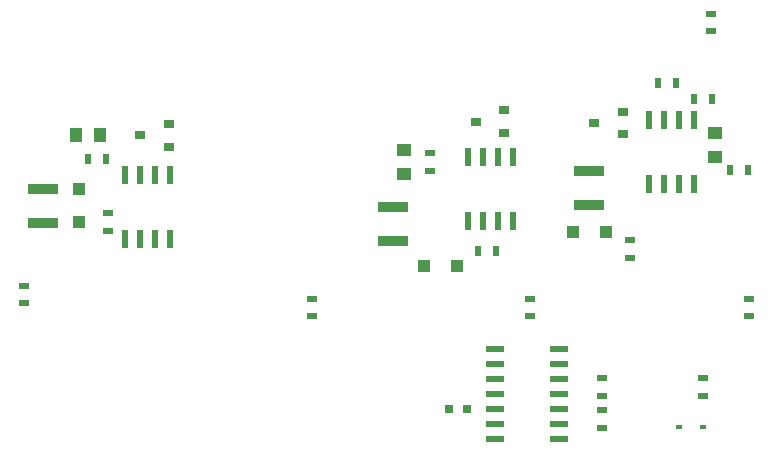
<source format=gbp>
G04 #@! TF.FileFunction,Paste,Bot*
%FSLAX46Y46*%
G04 Gerber Fmt 4.6, Leading zero omitted, Abs format (unit mm)*
G04 Created by KiCad (PCBNEW 4.0.7) date Mon Jul  2 20:53:10 2018*
%MOMM*%
%LPD*%
G01*
G04 APERTURE LIST*
%ADD10C,0.100000*%
%ADD11R,2.500000X0.900000*%
%ADD12R,0.600000X1.550000*%
%ADD13R,0.800000X0.750000*%
%ADD14R,0.900000X0.500000*%
%ADD15R,0.500000X0.900000*%
%ADD16R,0.900000X0.800000*%
%ADD17R,1.500000X0.600000*%
%ADD18R,1.100000X1.100000*%
%ADD19R,0.600000X0.450000*%
%ADD20R,1.000000X1.250000*%
%ADD21R,1.250000X1.000000*%
G04 APERTURE END LIST*
D10*
D11*
X205740000Y-51636000D03*
X205740000Y-54536000D03*
D12*
X212690300Y-50523300D03*
X213960300Y-50523300D03*
X215230300Y-50523300D03*
X216500300Y-50523300D03*
X216500300Y-55923300D03*
X215230300Y-55923300D03*
X213960300Y-55923300D03*
X212690300Y-55923300D03*
D13*
X240100000Y-70275000D03*
X241600000Y-70275000D03*
D14*
X211242500Y-55243300D03*
X211242500Y-53743300D03*
D15*
X242582000Y-56896000D03*
X244082000Y-56896000D03*
D14*
X255397000Y-56019000D03*
X255397000Y-57519000D03*
D16*
X216361000Y-46190000D03*
X216361000Y-48090000D03*
X213961000Y-47140000D03*
X244786000Y-45024000D03*
X244786000Y-46924000D03*
X242386000Y-45974000D03*
X254819000Y-45151000D03*
X254819000Y-47051000D03*
X252419000Y-46101000D03*
D14*
X228500000Y-62450000D03*
X228500000Y-60950000D03*
X262250000Y-38325000D03*
X262250000Y-36825000D03*
X247000000Y-62450000D03*
X247000000Y-60950000D03*
X265500000Y-62450000D03*
X265500000Y-60950000D03*
D15*
X209562000Y-49149000D03*
X211062000Y-49149000D03*
X262375000Y-44050000D03*
X260875000Y-44050000D03*
X259300000Y-42675000D03*
X257800000Y-42675000D03*
D14*
X238506000Y-50153000D03*
X238506000Y-48653000D03*
X204100000Y-59850000D03*
X204100000Y-61350000D03*
D15*
X265418000Y-50038000D03*
X263918000Y-50038000D03*
D17*
X244000000Y-72810000D03*
X244000000Y-71540000D03*
X244000000Y-70270000D03*
X244000000Y-69000000D03*
X244000000Y-67730000D03*
X244000000Y-66460000D03*
X244000000Y-65190000D03*
X249400000Y-65190000D03*
X249400000Y-66460000D03*
X249400000Y-67730000D03*
X249400000Y-69000000D03*
X249400000Y-70270000D03*
X249400000Y-71540000D03*
X249400000Y-72810000D03*
D12*
X241681000Y-48989000D03*
X242951000Y-48989000D03*
X244221000Y-48989000D03*
X245491000Y-48989000D03*
X245491000Y-54389000D03*
X244221000Y-54389000D03*
X242951000Y-54389000D03*
X241681000Y-54389000D03*
X257048000Y-45814000D03*
X258318000Y-45814000D03*
X259588000Y-45814000D03*
X260858000Y-45814000D03*
X260858000Y-51214000D03*
X259588000Y-51214000D03*
X258318000Y-51214000D03*
X257048000Y-51214000D03*
D18*
X208788000Y-54486000D03*
X208788000Y-51686000D03*
X240795000Y-58166000D03*
X237995000Y-58166000D03*
X253400000Y-55325000D03*
X250600000Y-55325000D03*
D11*
X235375000Y-56073000D03*
X235375000Y-53173000D03*
X251950000Y-53025000D03*
X251950000Y-50125000D03*
D14*
X261650000Y-67675000D03*
X261650000Y-69175000D03*
X253025000Y-67675000D03*
X253025000Y-69175000D03*
X253025000Y-70375000D03*
X253025000Y-71875000D03*
D19*
X261654000Y-71856600D03*
X259554000Y-71856600D03*
D20*
X210562700Y-47129700D03*
X208562700Y-47129700D03*
D21*
X236321600Y-48403000D03*
X236321600Y-50403000D03*
X262597900Y-48955200D03*
X262597900Y-46955200D03*
M02*

</source>
